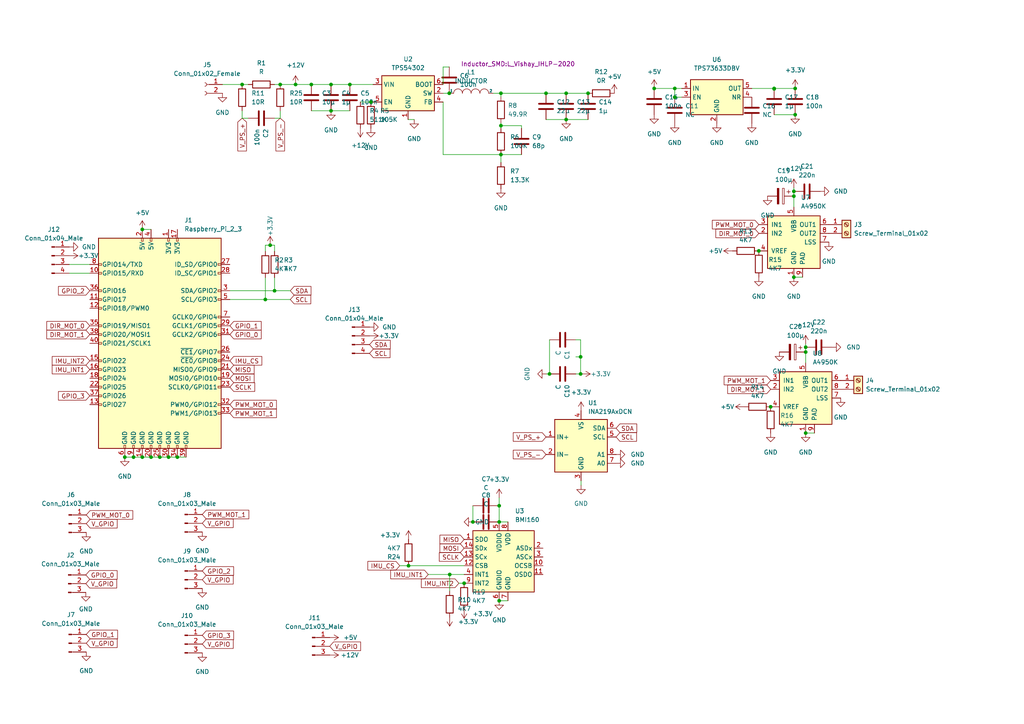
<source format=kicad_sch>
(kicad_sch (version 20211123) (generator eeschema)
  (paper "A4")
  (lib_symbols
    (symbol "Analog_ADC:INA219AxDCN"
      (property "Reference" "U" (at -6.35 8.89 0))
      (property "Value" "INA219AxDCN" (at 6.35 8.89 0))
      (symbol "INA219AxDCN_0_1"
        (rectangle (start -7.62 7.62) (end 7.62 -7.62) (stroke (width 0.254)) (fill (type background)))
      )
      (symbol "INA219AxDCN_1_1"
        (pin input line (at -10.16 2.54 0) (length 2.54) (name "IN+") (number "1"))
        (pin input line (at -10.16 -2.54 0) (length 2.54) (name "IN-") (number "2"))
        (pin power_in line (at 0 -10.16 90) (length 2.54) (name "GND") (number "3"))
        (pin power_in line (at 0 10.16 270) (length 2.54) (name "VS") (number "4"))
        (pin input line (at 10.16 2.54 180) (length 2.54) (name "SCL") (number "5"))
        (pin bidirectional line (at 10.16 5.08 180) (length 2.54) (name "SDA") (number "6"))
        (pin input line (at 10.16 -5.08 180) (length 2.54) (name "A0") (number "7"))
        (pin input line (at 10.16 -2.54 180) (length 2.54) (name "A1") (number "8"))
      )
    )
    (symbol "Connector:Conn_01x02_Female" (pin_names (offset 1.016) hide)
      (property "Reference" "J" (at 0 2.54 0))
      (property "Value" "Conn_01x02_Female" (at 0 -5.08 0))
      (symbol "Conn_01x02_Female_1_1"
        (arc (start 0 -2.032) (mid -0.508 -2.54) (end 0 -3.048) (stroke (width 0.1524)))
        (polyline (pts (xy -1.27 -2.54) (xy -0.508 -2.54)) (stroke (width 0.1524)))
        (polyline (pts (xy -1.27 0) (xy -0.508 0)) (stroke (width 0.1524)))
        (arc (start 0 0.508) (mid -0.508 0) (end 0 -0.508) (stroke (width 0.1524)))
        (pin passive line (at -5.08 0 0) (length 3.81) (name "Pin_1") (number "1"))
        (pin passive line (at -5.08 -2.54 0) (length 3.81) (name "Pin_2") (number "2"))
      )
    )
    (symbol "Connector:Conn_01x03_Male" (pin_names (offset 1.016) hide)
      (property "Reference" "J" (at 0 5.08 0))
      (property "Value" "Conn_01x03_Male" (at 0 -5.08 0))
      (symbol "Conn_01x03_Male_1_1"
        (polyline (pts (xy 1.27 -2.54) (xy 0.8636 -2.54)) (stroke (width 0.1524)))
        (polyline (pts (xy 1.27 0) (xy 0.8636 0)) (stroke (width 0.1524)))
        (polyline (pts (xy 1.27 2.54) (xy 0.8636 2.54)) (stroke (width 0.1524)))
        (rectangle (start 0.8636 -2.413) (end 0 -2.667) (stroke (width 0.1524)) (fill (type outline)))
        (rectangle (start 0.8636 0.127) (end 0 -0.127) (stroke (width 0.1524)) (fill (type outline)))
        (rectangle (start 0.8636 2.667) (end 0 2.413) (stroke (width 0.1524)) (fill (type outline)))
        (pin passive line (at 5.08 2.54 180) (length 3.81) (name "Pin_1") (number "1"))
        (pin passive line (at 5.08 0 180) (length 3.81) (name "Pin_2") (number "2"))
        (pin passive line (at 5.08 -2.54 180) (length 3.81) (name "Pin_3") (number "3"))
      )
    )
    (symbol "Connector:Conn_01x04_Male" (pin_names (offset 1.016) hide)
      (property "Reference" "J" (at 0 5.08 0))
      (property "Value" "Conn_01x04_Male" (at 0 -7.62 0))
      (symbol "Conn_01x04_Male_1_1"
        (polyline (pts (xy 1.27 -5.08) (xy 0.8636 -5.08)) (stroke (width 0.1524)))
        (polyline (pts (xy 1.27 -2.54) (xy 0.8636 -2.54)) (stroke (width 0.1524)))
        (polyline (pts (xy 1.27 0) (xy 0.8636 0)) (stroke (width 0.1524)))
        (polyline (pts (xy 1.27 2.54) (xy 0.8636 2.54)) (stroke (width 0.1524)))
        (rectangle (start 0.8636 -4.953) (end 0 -5.207) (stroke (width 0.1524)) (fill (type outline)))
        (rectangle (start 0.8636 -2.413) (end 0 -2.667) (stroke (width 0.1524)) (fill (type outline)))
        (rectangle (start 0.8636 0.127) (end 0 -0.127) (stroke (width 0.1524)) (fill (type outline)))
        (rectangle (start 0.8636 2.667) (end 0 2.413) (stroke (width 0.1524)) (fill (type outline)))
        (pin passive line (at 5.08 2.54 180) (length 3.81) (name "Pin_1") (number "1"))
        (pin passive line (at 5.08 0 180) (length 3.81) (name "Pin_2") (number "2"))
        (pin passive line (at 5.08 -2.54 180) (length 3.81) (name "Pin_3") (number "3"))
        (pin passive line (at 5.08 -5.08 180) (length 3.81) (name "Pin_4") (number "4"))
      )
    )
    (symbol "Connector:Raspberry_Pi_2_3" (pin_names (offset 1.016))
      (property "Reference" "J" (at -17.78 31.75 0))
      (property "Value" "Raspberry_Pi_2_3" (at 10.16 -31.75 0))
      (symbol "Raspberry_Pi_2_3_0_1"
        (rectangle (start -17.78 30.48) (end 17.78 -30.48) (stroke (width 0.254)) (fill (type background)))
      )
      (symbol "Raspberry_Pi_2_3_1_1"
        (rectangle (start -16.891 -17.526) (end -17.78 -18.034))
        (rectangle (start -16.891 -14.986) (end -17.78 -15.494))
        (rectangle (start -16.891 -12.446) (end -17.78 -12.954))
        (rectangle (start -16.891 -9.906) (end -17.78 -10.414))
        (rectangle (start -16.891 -7.366) (end -17.78 -7.874))
        (rectangle (start -16.891 -4.826) (end -17.78 -5.334))
        (rectangle (start -16.891 0.254) (end -17.78 -0.254))
        (rectangle (start -16.891 2.794) (end -17.78 2.286))
        (rectangle (start -16.891 5.334) (end -17.78 4.826))
        (rectangle (start -16.891 10.414) (end -17.78 9.906))
        (rectangle (start -16.891 12.954) (end -17.78 12.446))
        (rectangle (start -16.891 15.494) (end -17.78 14.986))
        (rectangle (start -16.891 20.574) (end -17.78 20.066))
        (rectangle (start -16.891 23.114) (end -17.78 22.606))
        (rectangle (start -10.414 -29.591) (end -9.906 -30.48))
        (rectangle (start -7.874 -29.591) (end -7.366 -30.48))
        (rectangle (start -5.334 -29.591) (end -4.826 -30.48))
        (rectangle (start -5.334 30.48) (end -4.826 29.591))
        (rectangle (start -2.794 -29.591) (end -2.286 -30.48))
        (rectangle (start -2.794 30.48) (end -2.286 29.591))
        (rectangle (start -0.254 -29.591) (end 0.254 -30.48))
        (rectangle (start 2.286 -29.591) (end 2.794 -30.48))
        (rectangle (start 2.286 30.48) (end 2.794 29.591))
        (rectangle (start 4.826 -29.591) (end 5.334 -30.48))
        (rectangle (start 4.826 30.48) (end 5.334 29.591))
        (rectangle (start 7.366 -29.591) (end 7.874 -30.48))
        (rectangle (start 17.78 -20.066) (end 16.891 -20.574))
        (rectangle (start 17.78 -17.526) (end 16.891 -18.034))
        (rectangle (start 17.78 -12.446) (end 16.891 -12.954))
        (rectangle (start 17.78 -9.906) (end 16.891 -10.414))
        (rectangle (start 17.78 -7.366) (end 16.891 -7.874))
        (rectangle (start 17.78 -4.826) (end 16.891 -5.334))
        (rectangle (start 17.78 -2.286) (end 16.891 -2.794))
        (rectangle (start 17.78 2.794) (end 16.891 2.286))
        (rectangle (start 17.78 5.334) (end 16.891 4.826))
        (rectangle (start 17.78 7.874) (end 16.891 7.366))
        (rectangle (start 17.78 12.954) (end 16.891 12.446))
        (rectangle (start 17.78 15.494) (end 16.891 14.986))
        (rectangle (start 17.78 20.574) (end 16.891 20.066))
        (rectangle (start 17.78 23.114) (end 16.891 22.606))
        (pin power_in line (at 2.54 33.02 270) (length 2.54) (name "3V3") (number "1"))
        (pin bidirectional line (at -20.32 20.32 0) (length 2.54) (name "GPIO15/RXD") (number "10"))
        (pin bidirectional line (at -20.32 12.7 0) (length 2.54) (name "GPIO17") (number "11"))
        (pin bidirectional line (at -20.32 10.16 0) (length 2.54) (name "GPIO18/PWM0") (number "12"))
        (pin bidirectional line (at -20.32 -17.78 0) (length 2.54) (name "GPIO27") (number "13"))
        (pin power_in line (at -5.08 -33.02 90) (length 2.54) (name "GND") (number "14"))
        (pin bidirectional line (at -20.32 -5.08 0) (length 2.54) (name "GPIO22") (number "15"))
        (pin bidirectional line (at -20.32 -7.62 0) (length 2.54) (name "GPIO23") (number "16"))
        (pin power_in line (at 5.08 33.02 270) (length 2.54) (name "3V3") (number "17"))
        (pin bidirectional line (at -20.32 -10.16 0) (length 2.54) (name "GPIO24") (number "18"))
        (pin bidirectional line (at 20.32 -10.16 180) (length 2.54) (name "MOSI0/GPIO10") (number "19"))
        (pin power_in line (at -5.08 33.02 270) (length 2.54) (name "5V") (number "2"))
        (pin power_in line (at -2.54 -33.02 90) (length 2.54) (name "GND") (number "20"))
        (pin bidirectional line (at 20.32 -7.62 180) (length 2.54) (name "MISO0/GPIO9") (number "21"))
        (pin bidirectional line (at -20.32 -12.7 0) (length 2.54) (name "GPIO25") (number "22"))
        (pin bidirectional line (at 20.32 -12.7 180) (length 2.54) (name "SCLK0/GPIO11") (number "23"))
        (pin bidirectional line (at 20.32 -5.08 180) (length 2.54) (name "~{CE0}/GPIO8") (number "24"))
        (pin power_in line (at 0 -33.02 90) (length 2.54) (name "GND") (number "25"))
        (pin bidirectional line (at 20.32 -2.54 180) (length 2.54) (name "~{CE1}/GPIO7") (number "26"))
        (pin bidirectional line (at 20.32 22.86 180) (length 2.54) (name "ID_SD/GPIO0") (number "27"))
        (pin bidirectional line (at 20.32 20.32 180) (length 2.54) (name "ID_SC/GPIO1") (number "28"))
        (pin bidirectional line (at 20.32 5.08 180) (length 2.54) (name "GCLK1/GPIO5") (number "29"))
        (pin bidirectional line (at 20.32 15.24 180) (length 2.54) (name "SDA/GPIO2") (number "3"))
        (pin power_in line (at 2.54 -33.02 90) (length 2.54) (name "GND") (number "30"))
        (pin bidirectional line (at 20.32 2.54 180) (length 2.54) (name "GCLK2/GPIO6") (number "31"))
        (pin bidirectional line (at 20.32 -17.78 180) (length 2.54) (name "PWM0/GPIO12") (number "32"))
        (pin bidirectional line (at 20.32 -20.32 180) (length 2.54) (name "PWM1/GPIO13") (number "33"))
        (pin power_in line (at 5.08 -33.02 90) (length 2.54) (name "GND") (number "34"))
        (pin bidirectional line (at -20.32 5.08 0) (length 2.54) (name "GPIO19/MISO1") (number "35"))
        (pin bidirectional line (at -20.32 15.24 0) (length 2.54) (name "GPIO16") (number "36"))
        (pin bidirectional line (at -20.32 -15.24 0) (length 2.54) (name "GPIO26") (number "37"))
        (pin bidirectional line (at -20.32 2.54 0) (length 2.54) (name "GPIO20/MOSI1") (number "38"))
        (pin power_in line (at 7.62 -33.02 90) (length 2.54) (name "GND") (number "39"))
        (pin power_in line (at -2.54 33.02 270) (length 2.54) (name "5V") (number "4"))
        (pin bidirectional line (at -20.32 0 0) (length 2.54) (name "GPIO21/SCLK1") (number "40"))
        (pin bidirectional line (at 20.32 12.7 180) (length 2.54) (name "SCL/GPIO3") (number "5"))
        (pin power_in line (at -10.16 -33.02 90) (length 2.54) (name "GND") (number "6"))
        (pin bidirectional line (at 20.32 7.62 180) (length 2.54) (name "GCLK0/GPIO4") (number "7"))
        (pin bidirectional line (at -20.32 22.86 0) (length 2.54) (name "GPIO14/TXD") (number "8"))
        (pin power_in line (at -7.62 -33.02 90) (length 2.54) (name "GND") (number "9"))
      )
    )
    (symbol "Connector:Screw_Terminal_01x02" (pin_names (offset 1.016) hide)
      (property "Reference" "J" (at 0 2.54 0))
      (property "Value" "Screw_Terminal_01x02" (at 0 -5.08 0))
      (symbol "Screw_Terminal_01x02_1_1"
        (rectangle (start -1.27 1.27) (end 1.27 -3.81) (stroke (width 0.254)) (fill (type background)))
        (circle (center 0 -2.54) (radius 0.635) (stroke (width 0.1524)))
        (polyline (pts (xy -0.5334 -2.2098) (xy 0.3302 -3.048)) (stroke (width 0.1524)))
        (polyline (pts (xy -0.5334 0.3302) (xy 0.3302 -0.508)) (stroke (width 0.1524)))
        (polyline (pts (xy -0.3556 -2.032) (xy 0.508 -2.8702)) (stroke (width 0.1524)))
        (polyline (pts (xy -0.3556 0.508) (xy 0.508 -0.3302)) (stroke (width 0.1524)))
        (circle (center 0 0) (radius 0.635) (stroke (width 0.1524)))
        (pin passive line (at -5.08 0 0) (length 3.81) (name "Pin_1") (number "1"))
        (pin passive line (at -5.08 -2.54 0) (length 3.81) (name "Pin_2") (number "2"))
      )
    )
    (symbol "Device:C" (pin_numbers hide) (pin_names (offset 0.254))
      (property "Reference" "C" (at 0.635 2.54 0))
      (property "Value" "C" (at 0.635 -2.54 0))
      (symbol "C_0_1"
        (polyline (pts (xy -2.032 -0.762) (xy 2.032 -0.762)) (stroke (width 0.508)))
        (polyline (pts (xy -2.032 0.762) (xy 2.032 0.762)) (stroke (width 0.508)))
      )
      (symbol "C_1_1"
        (pin passive line (at 0 3.81 270) (length 2.794) (name "~") (number "1"))
        (pin passive line (at 0 -3.81 90) (length 2.794) (name "~") (number "2"))
      )
    )
    (symbol "Device:C_Polarized" (pin_numbers hide) (pin_names (offset 0.254))
      (property "Reference" "C" (at 0.635 2.54 0))
      (property "Value" "C_Polarized" (at 0.635 -2.54 0))
      (symbol "C_Polarized_0_1"
        (rectangle (start -2.286 0.508) (end 2.286 1.016))
        (polyline (pts (xy -1.778 2.286) (xy -0.762 2.286)))
        (polyline (pts (xy -1.27 2.794) (xy -1.27 1.778)))
        (rectangle (start 2.286 -0.508) (end -2.286 -1.016) (fill (type outline)))
      )
      (symbol "C_Polarized_1_1"
        (pin passive line (at 0 3.81 270) (length 2.794) (name "~") (number "1"))
        (pin passive line (at 0 -3.81 90) (length 2.794) (name "~") (number "2"))
      )
    )
    (symbol "Device:R" (pin_numbers hide) (pin_names (offset 0))
      (property "Reference" "R" (at 2.032 0 90))
      (property "Value" "R" (at 0 0 90))
      (symbol "R_0_1"
        (rectangle (start -1.016 -2.54) (end 1.016 2.54) (stroke (width 0.254)))
      )
      (symbol "R_1_1"
        (pin passive line (at 0 3.81 270) (length 1.27) (name "~") (number "1"))
        (pin passive line (at 0 -3.81 90) (length 1.27) (name "~") (number "2"))
      )
    )
    (symbol "Driver_Motor:A4950K" (pin_names (offset 1.016))
      (property "Reference" "U" (at -7.62 8.89 0))
      (property "Value" "A4950K" (at 5.08 8.89 0))
      (symbol "A4950K_0_1"
        (rectangle (start -7.62 7.62) (end 7.62 -7.62) (stroke (width 0.254)) (fill (type background)))
      )
      (symbol "A4950K_1_1"
        (pin power_in line (at 0 -10.16 90) (length 2.54) (name "GND") (number "1"))
        (pin input line (at -10.16 2.54 0) (length 2.54) (name "IN2") (number "2"))
        (pin input line (at -10.16 5.08 0) (length 2.54) (name "IN1") (number "3"))
        (pin passive line (at -10.16 -2.54 0) (length 2.54) (name "VREF") (number "4"))
        (pin power_in line (at 0 10.16 270) (length 2.54) (name "VBB") (number "5"))
        (pin power_out line (at 10.16 5.08 180) (length 2.54) (name "OUT1") (number "6"))
        (pin power_in line (at 10.16 0 180) (length 2.54) (name "LSS") (number "7"))
        (pin power_out line (at 10.16 2.54 180) (length 2.54) (name "OUT2") (number "8"))
        (pin power_in line (at 2.54 -10.16 90) (length 2.54) (name "PAD") (number "9"))
      )
    )
    (symbol "Regulator_Linear:TPS73633DBV"
      (property "Reference" "U" (at -6.35 6.35 0))
      (property "Value" "TPS73633DBV" (at 1.27 6.35 0))
      (symbol "TPS73633DBV_0_1"
        (rectangle (start -7.62 -5.08) (end 7.62 5.08) (stroke (width 0.254)) (fill (type background)))
      )
      (symbol "TPS73633DBV_1_1"
        (pin power_in line (at -10.16 2.54 0) (length 2.54) (name "IN") (number "1"))
        (pin power_in line (at 0 -7.62 90) (length 2.54) (name "GND") (number "2"))
        (pin input line (at -10.16 0 0) (length 2.54) (name "EN") (number "3"))
        (pin passive line (at 10.16 0 180) (length 2.54) (name "NR") (number "4"))
        (pin power_out line (at 10.16 2.54 180) (length 2.54) (name "OUT") (number "5"))
      )
    )
    (symbol "Regulator_Switching:TPS54302"
      (property "Reference" "U" (at -7.62 6.35 0))
      (property "Value" "TPS54302" (at 0 6.35 0))
      (symbol "TPS54302_0_1"
        (rectangle (start -7.62 5.08) (end 7.62 -5.08) (stroke (width 0.254)) (fill (type background)))
      )
      (symbol "TPS54302_1_1"
        (pin power_in line (at 0 -7.62 90) (length 2.54) (name "GND") (number "1"))
        (pin power_out line (at 10.16 0 180) (length 2.54) (name "SW") (number "2"))
        (pin power_in line (at -10.16 2.54 0) (length 2.54) (name "VIN") (number "3"))
        (pin input line (at 10.16 -2.54 180) (length 2.54) (name "FB") (number "4"))
        (pin input line (at -10.16 -2.54 0) (length 2.54) (name "EN") (number "5"))
        (pin passive line (at 10.16 2.54 180) (length 2.54) (name "BOOT") (number "6"))
      )
    )
    (symbol "Sensor_Motion:BMI160"
      (property "Reference" "U" (at -10.16 8.89 0))
      (property "Value" "BMI160" (at 7.62 8.89 0))
      (symbol "BMI160_1_1"
        (rectangle (start -10.16 7.62) (end 7.62 -10.16) (stroke (width 0.254)) (fill (type background)))
        (pin bidirectional line (at -12.7 5.08 0) (length 2.54) (name "SDO") (number "1"))
        (pin bidirectional line (at 10.16 -2.54 180) (length 2.54) (name "OCSB") (number "10"))
        (pin bidirectional line (at 10.16 -5.08 180) (length 2.54) (name "OSDO") (number "11"))
        (pin input line (at -12.7 -2.54 0) (length 2.54) (name "CSB") (number "12"))
        (pin input line (at -12.7 0 0) (length 2.54) (name "SCx") (number "13"))
        (pin bidirectional line (at -12.7 2.54 0) (length 2.54) (name "SDx") (number "14"))
        (pin bidirectional line (at 10.16 2.54 180) (length 2.54) (name "ASDx") (number "2"))
        (pin output line (at 10.16 0 180) (length 2.54) (name "ASCx") (number "3"))
        (pin bidirectional line (at -12.7 -5.08 0) (length 2.54) (name "INT1") (number "4"))
        (pin power_in line (at -2.54 10.16 270) (length 2.54) (name "VDDIO") (number "5"))
        (pin power_in line (at -2.54 -12.7 90) (length 2.54) (name "GNDIO") (number "6"))
        (pin power_in line (at 0 -12.7 90) (length 2.54) (name "GND") (number "7"))
        (pin power_in line (at 0 10.16 270) (length 2.54) (name "VDD") (number "8"))
        (pin bidirectional line (at -12.7 -7.62 0) (length 2.54) (name "INT2") (number "9"))
      )
    )
    (symbol "power:+12V" (power) (pin_names (offset 0))
      (property "Value" "+12V" (at 0 3.556 0))
      (symbol "+12V_0_1"
        (polyline (pts (xy -0.762 1.27) (xy 0 2.54)))
        (polyline (pts (xy 0 0) (xy 0 2.54)))
        (polyline (pts (xy 0 2.54) (xy 0.762 1.27)))
      )
      (symbol "+12V_1_1"
        (pin power_in line (at 0 0 90) (length 0) hide (name "+12V") (number "1"))
      )
    )
    (symbol "power:+3.3V" (power) (pin_names (offset 0))
      (property "Value" "+3.3V" (at 0 3.556 0))
      (symbol "+3.3V_0_1"
        (polyline (pts (xy -0.762 1.27) (xy 0 2.54)))
        (polyline (pts (xy 0 0) (xy 0 2.54)))
        (polyline (pts (xy 0 2.54) (xy 0.762 1.27)))
      )
      (symbol "+3.3V_1_1"
        (pin power_in line (at 0 0 90) (length 0) hide (name "+3.3V") (number "1"))
      )
    )
    (symbol "power:+5V" (power) (pin_names (offset 0))
      (property "Value" "+5V" (at 0 3.556 0))
      (symbol "+5V_0_1"
        (polyline (pts (xy -0.762 1.27) (xy 0 2.54)))
        (polyline (pts (xy 0 0) (xy 0 2.54)))
        (polyline (pts (xy 0 2.54) (xy 0.762 1.27)))
      )
      (symbol "+5V_1_1"
        (pin power_in line (at 0 0 90) (length 0) hide (name "+5V") (number "1"))
      )
    )
    (symbol "power:GND" (power) (pin_names (offset 0))
      (property "Value" "GND" (at 0 -3.81 0))
      (symbol "GND_0_1"
        (polyline (pts (xy 0 0) (xy 0 -1.27) (xy 1.27 -1.27) (xy 0 -2.54) (xy -1.27 -1.27) (xy 0 -1.27)))
      )
      (symbol "GND_1_1"
        (pin power_in line (at 0 0 270) (length 0) hide (name "GND") (number "1"))
      )
    )
    (symbol "pspice:INDUCTOR" (pin_numbers hide) (pin_names (offset 0))
      (property "Reference" "L" (at 0 2.54 0))
      (property "Value" "INDUCTOR" (at 0 -1.27 0))
      (symbol "INDUCTOR_0_1"
        (arc (start -2.54 0) (mid -3.81 1.27) (end -5.08 0))
        (arc (start 0 0) (mid -1.27 1.27) (end -2.54 0))
        (arc (start 2.54 0) (mid 1.27 1.27) (end 0 0))
        (arc (start 5.08 0) (mid 3.81 1.27) (end 2.54 0))
      )
      (symbol "INDUCTOR_1_1"
        (pin input line (at -6.35 0 0) (length 1.27) (name "1") (number "1"))
        (pin input line (at 6.35 0 180) (length 1.27) (name "2") (number "2"))
      )
    )
  )
  (junction (at 43.815 132.588))
  (junction (at 85.725 24.511))
  (junction (at 230.251 80.391))
  (junction (at 145.288 27.051))
  (junction (at 38.735 132.588))
  (junction (at 145.288 44.831))
  (junction (at 48.895 132.588))
  (junction (at 118.491 164.084))
  (junction (at 107.569 29.591))
  (junction (at 233.68 102.108))
  (junction (at 230.251 56.896))
  (junction (at 195.707 25.654))
  (junction (at 134.62 169.164))
  (junction (at 189.738 25.654))
  (junction (at 76.962 86.868))
  (junction (at 170.561 27.051))
  (junction (at 220.091 72.771))
  (junction (at 233.68 100.711))
  (junction (at 230.632 25.654))
  (junction (at 144.78 174.244))
  (junction (at 90.297 24.511))
  (junction (at 79.629 84.328))
  (junction (at 168.402 108.458))
  (junction (at 223.52 117.983))
  (junction (at 51.435 132.588))
  (junction (at 224.536 25.781))
  (junction (at 230.632 33.274))
  (junction (at 81.28 24.511))
  (junction (at 230.251 55.499))
  (junction (at 195.707 28.194))
  (junction (at 41.275 66.548))
  (junction (at 36.195 132.588))
  (junction (at 164.211 27.051))
  (junction (at 130.429 166.624))
  (junction (at 130.302 27.051))
  (junction (at 137.16 151.384))
  (junction (at 168.402 103.505))
  (junction (at 158.369 27.051))
  (junction (at 144.78 151.384))
  (junction (at 233.68 125.603))
  (junction (at 78.359 71.12))
  (junction (at 145.288 36.449))
  (junction (at 144.78 146.685))
  (junction (at 41.275 132.588))
  (junction (at 96.012 24.511))
  (junction (at 70.231 24.511))
  (junction (at 164.211 34.671))
  (junction (at 46.355 132.588))
  (junction (at 159.385 108.458))
  (junction (at 101.473 24.511))
  (junction (at 224.536 25.654))
  (junction (at 96.012 32.131))
  (wire (pts (xy 189.738 25.654) (xy 195.707 25.654)))
  (wire (pts (xy 230.251 54.483) (xy 230.251 55.499)))
  (wire (pts (xy 133.096 169.164) (xy 134.62 169.164)))
  (wire (pts (xy 79.629 34.29) (xy 81.28 34.29)))
  (wire (pts (xy 230.251 56.896) (xy 230.251 60.071)))
  (wire (pts (xy 195.707 28.194) (xy 195.707 25.654)))
  (wire (pts (xy 130.429 166.624) (xy 130.429 171.45)))
  (wire (pts (xy 230.632 25.654) (xy 224.536 25.654)))
  (wire (pts (xy 128.524 29.591) (xy 128.524 44.831)))
  (wire (pts (xy 81.28 34.29) (xy 81.28 32.131)))
  (wire (pts (xy 64.516 24.511) (xy 70.231 24.511)))
  (wire (pts (xy 164.211 34.671) (xy 170.561 34.671)))
  (wire (pts (xy 43.815 132.588) (xy 46.355 132.588)))
  (wire (pts (xy 143.002 27.051) (xy 145.288 27.051)))
  (wire (pts (xy 158.496 108.458) (xy 159.385 108.458)))
  (wire (pts (xy 233.68 99.822) (xy 233.68 100.711)))
  (wire (pts (xy 76.962 80.518) (xy 76.962 86.868)))
  (wire (pts (xy 70.231 34.29) (xy 72.009 34.29)))
  (wire (pts (xy 168.529 139.446) (xy 168.529 140.716)))
  (wire (pts (xy 195.707 25.654) (xy 197.739 25.654)))
  (wire (pts (xy 145.288 44.831) (xy 145.288 47.117)))
  (wire (pts (xy 230.251 80.391) (xy 232.791 80.391)))
  (wire (pts (xy 118.491 164.084) (xy 134.62 164.084)))
  (wire (pts (xy 144.78 174.244) (xy 147.32 174.244)))
  (wire (pts (xy 20.066 79.248) (xy 26.035 79.248)))
  (wire (pts (xy 66.675 84.328) (xy 79.629 84.328)))
  (wire (pts (xy 48.895 132.588) (xy 51.435 132.588)))
  (wire (pts (xy 233.68 102.108) (xy 233.68 105.283)))
  (wire (pts (xy 197.739 28.194) (xy 195.707 28.194)))
  (wire (pts (xy 158.369 27.051) (xy 164.211 27.051)))
  (wire (pts (xy 128.524 44.831) (xy 145.288 44.831)))
  (wire (pts (xy 76.962 86.868) (xy 66.675 86.868)))
  (wire (pts (xy 38.735 132.588) (xy 41.275 132.588)))
  (wire (pts (xy 90.297 24.511) (xy 96.012 24.511)))
  (wire (pts (xy 78.359 71.12) (xy 79.629 71.12)))
  (wire (pts (xy 76.962 71.12) (xy 78.359 71.12)))
  (wire (pts (xy 79.629 84.328) (xy 84.201 84.328)))
  (wire (pts (xy 96.012 32.131) (xy 101.473 32.131)))
  (wire (pts (xy 168.402 103.505) (xy 168.402 108.458)))
  (wire (pts (xy 145.288 35.687) (xy 145.288 36.449)))
  (wire (pts (xy 137.16 146.685) (xy 137.16 151.384)))
  (wire (pts (xy 130.429 166.624) (xy 134.62 166.624)))
  (wire (pts (xy 224.536 25.654) (xy 224.536 25.781)))
  (wire (pts (xy 159.385 98.552) (xy 159.385 108.458)))
  (wire (pts (xy 70.231 24.511) (xy 72.009 24.511)))
  (wire (pts (xy 79.629 24.511) (xy 81.28 24.511)))
  (wire (pts (xy 115.951 164.084) (xy 118.491 164.084)))
  (wire (pts (xy 167.005 108.458) (xy 168.402 108.458)))
  (wire (pts (xy 145.288 36.449) (xy 145.288 37.211)))
  (wire (pts (xy 145.288 27.051) (xy 145.288 28.067)))
  (wire (pts (xy 79.629 80.518) (xy 79.629 84.328)))
  (wire (pts (xy 158.369 34.671) (xy 164.211 34.671)))
  (wire (pts (xy 101.473 24.511) (xy 108.204 24.511)))
  (wire (pts (xy 230.251 55.499) (xy 230.251 56.896)))
  (wire (pts (xy 151.257 37.211) (xy 151.257 36.449)))
  (wire (pts (xy 107.569 29.591) (xy 108.204 29.591)))
  (wire (pts (xy 144.78 144.399) (xy 144.78 146.685)))
  (wire (pts (xy 41.275 66.548) (xy 43.815 66.548)))
  (wire (pts (xy 124.206 166.624) (xy 130.429 166.624)))
  (wire (pts (xy 128.524 27.051) (xy 130.302 27.051)))
  (wire (pts (xy 76.962 72.898) (xy 76.962 71.12)))
  (wire (pts (xy 224.536 33.274) (xy 230.632 33.274)))
  (wire (pts (xy 96.012 24.511) (xy 101.473 24.511)))
  (wire (pts (xy 144.78 151.384) (xy 147.32 151.384)))
  (wire (pts (xy 90.297 32.131) (xy 96.012 32.131)))
  (wire (pts (xy 218.059 25.654) (xy 224.536 25.654)))
  (wire (pts (xy 36.195 132.588) (xy 38.735 132.588)))
  (wire (pts (xy 145.288 44.831) (xy 151.257 44.831)))
  (wire (pts (xy 164.211 27.051) (xy 170.561 27.051)))
  (wire (pts (xy 145.288 27.051) (xy 158.369 27.051)))
  (wire (pts (xy 104.521 29.591) (xy 107.569 29.591)))
  (wire (pts (xy 20.066 76.708) (xy 26.035 76.708)))
  (wire (pts (xy 51.435 132.588) (xy 53.975 132.588)))
  (wire (pts (xy 233.68 125.603) (xy 236.22 125.603)))
  (wire (pts (xy 84.201 86.868) (xy 76.962 86.868)))
  (wire (pts (xy 128.524 19.431) (xy 130.302 19.431)))
  (wire (pts (xy 167.005 103.505) (xy 168.402 103.505)))
  (wire (pts (xy 85.725 24.511) (xy 90.297 24.511)))
  (wire (pts (xy 79.629 71.12) (xy 79.629 72.898)))
  (wire (pts (xy 168.402 108.458) (xy 168.656 108.458)))
  (wire (pts (xy 41.275 132.588) (xy 43.815 132.588)))
  (wire (pts (xy 151.257 36.449) (xy 145.288 36.449)))
  (wire (pts (xy 168.402 98.552) (xy 167.005 98.552)))
  (wire (pts (xy 233.68 100.711) (xy 233.68 102.108)))
  (wire (pts (xy 144.78 146.685) (xy 144.78 151.384)))
  (wire (pts (xy 46.355 132.588) (xy 48.895 132.588)))
  (wire (pts (xy 128.524 24.511) (xy 128.524 19.431)))
  (wire (pts (xy 118.364 34.671) (xy 120.142 34.671)))
  (wire (pts (xy 81.28 24.511) (xy 85.725 24.511)))
  (wire (pts (xy 70.231 32.131) (xy 70.231 34.29)))
  (wire (pts (xy 168.402 103.505) (xy 168.402 98.552)))
  (global_label "MOSI" (shape input) (at 66.675 109.728 0) (property "Intersheet References" "${INTERSHEET_REFS}" (effects hide)))
  (global_label "PWM_MOT_1" (shape input) (at 223.52 110.363 180) (property "Intersheet References" "${INTERSHEET_REFS}" (effects hide)))
  (global_label "IMU_INT1" (shape input) (at 26.035 107.188 180) (property "Intersheet References" "${INTERSHEET_REFS}" (effects hide)))
  (global_label "V_GPIO" (shape input) (at 58.674 168.148 0) (property "Intersheet References" "${INTERSHEET_REFS}" (effects hide)))
  (global_label "DIR_MOT_0" (shape input) (at 26.035 94.488 180) (property "Intersheet References" "${INTERSHEET_REFS}" (effects hide)))
  (global_label "DIR_MOT_1" (shape input) (at 26.035 97.028 180) (property "Intersheet References" "${INTERSHEET_REFS}" (effects hide)))
  (global_label "IMU_INT2" (shape input) (at 26.035 104.648 180) (property "Intersheet References" "${INTERSHEET_REFS}" (effects hide)))
  (global_label "GPIO_0" (shape input) (at 24.892 166.751 0) (property "Intersheet References" "${INTERSHEET_REFS}" (effects hide)))
  (global_label "PWM_MOT_0" (shape input) (at 25.019 149.352 0) (property "Intersheet References" "${INTERSHEET_REFS}" (effects hide)))
  (global_label "PWM_MOT_1" (shape input) (at 58.674 149.225 0) (property "Intersheet References" "${INTERSHEET_REFS}" (effects hide)))
  (global_label "V_GPIO" (shape input) (at 58.674 151.765 0) (property "Intersheet References" "${INTERSHEET_REFS}" (effects hide)))
  (global_label "IMU_CS" (shape input) (at 66.675 104.648 0) (property "Intersheet References" "${INTERSHEET_REFS}" (effects hide)))
  (global_label "PWM_MOT_0" (shape input) (at 66.675 117.348 0) (property "Intersheet References" "${INTERSHEET_REFS}" (effects hide)))
  (global_label "SDA" (shape input) (at 84.201 84.328 0) (property "Intersheet References" "${INTERSHEET_REFS}" (effects hide)))
  (global_label "MISO" (shape input) (at 66.675 107.188 0) (property "Intersheet References" "${INTERSHEET_REFS}" (effects hide)))
  (global_label "GPIO_1" (shape input) (at 25.019 184.023 0) (property "Intersheet References" "${INTERSHEET_REFS}" (effects hide)))
  (global_label "MOSI" (shape input) (at 134.62 159.004 180) (property "Intersheet References" "${INTERSHEET_REFS}" (effects hide)))
  (global_label "MISO" (shape input) (at 134.62 156.464 180) (property "Intersheet References" "${INTERSHEET_REFS}" (effects hide)))
  (global_label "SDA" (shape input) (at 178.689 124.206 0) (property "Intersheet References" "${INTERSHEET_REFS}" (effects hide)))
  (global_label "V_PS_-" (shape input) (at 158.369 131.826 180) (property "Intersheet References" "${INTERSHEET_REFS}" (effects hide)))
  (global_label "SCLK" (shape input) (at 66.675 112.268 0) (property "Intersheet References" "${INTERSHEET_REFS}" (effects hide)))
  (global_label "SCLK" (shape input) (at 134.62 161.544 180) (property "Intersheet References" "${INTERSHEET_REFS}" (effects hide)))
  (global_label "GPIO_2" (shape input) (at 26.035 84.328 180) (property "Intersheet References" "${INTERSHEET_REFS}" (effects hide)))
  (global_label "SCL" (shape input) (at 178.689 126.746 0) (property "Intersheet References" "${INTERSHEET_REFS}" (effects hide)))
  (global_label "V_GPIO" (shape input) (at 58.674 186.817 0) (property "Intersheet References" "${INTERSHEET_REFS}" (effects hide)))
  (global_label "V_PS_+" (shape input) (at 70.231 34.29 270) (property "Intersheet References" "${INTERSHEET_REFS}" (effects hide)))
  (global_label "GPIO_2" (shape input) (at 58.674 165.608 0) (property "Intersheet References" "${INTERSHEET_REFS}" (effects hide)))
  (global_label "SDA" (shape input) (at 107.188 99.949 0) (property "Intersheet References" "${INTERSHEET_REFS}" (effects hide)))
  (global_label "PWM_MOT_1" (shape input) (at 66.675 119.888 0) (property "Intersheet References" "${INTERSHEET_REFS}" (effects hide)))
  (global_label "V_GPIO" (shape input) (at 25.019 151.892 0) (property "Intersheet References" "${INTERSHEET_REFS}" (effects hide)))
  (global_label "V_PS_+" (shape input) (at 158.369 126.746 180) (property "Intersheet References" "${INTERSHEET_REFS}" (effects hide)))
  (global_label "SCL" (shape input) (at 84.201 86.868 0) (property "Intersheet References" "${INTERSHEET_REFS}" (effects hide)))
  (global_label "GPIO_3" (shape input) (at 26.035 114.808 180) (property "Intersheet References" "${INTERSHEET_REFS}" (effects hide)))
  (global_label "DIR_MOT_1" (shape input) (at 223.52 112.903 180) (property "Intersheet References" "${INTERSHEET_REFS}" (effects hide)))
  (global_label "GPIO_1" (shape input) (at 66.675 94.488 0) (property "Intersheet References" "${INTERSHEET_REFS}" (effects hide)))
  (global_label "IMU_INT1" (shape input) (at 124.206 166.624 180) (property "Intersheet References" "${INTERSHEET_REFS}" (effects hide)))
  (global_label "IMU_CS" (shape input) (at 115.951 164.084 180) (property "Intersheet References" "${INTERSHEET_REFS}" (effects hide)))
  (global_label "V_GPIO" (shape input) (at 25.019 186.563 0) (property "Intersheet References" "${INTERSHEET_REFS}" (effects hide)))
  (global_label "V_GPIO" (shape input) (at 95.631 187.452 0) (property "Intersheet References" "${INTERSHEET_REFS}" (effects hide)))
  (global_label "GPIO_3" (shape input) (at 58.674 184.277 0) (property "Intersheet References" "${INTERSHEET_REFS}" (effects hide)))
  (global_label "V_PS_-" (shape input) (at 81.28 34.29 270) (property "Intersheet References" "${INTERSHEET_REFS}" (effects hide)))
  (global_label "PWM_MOT_0" (shape input) (at 220.091 65.151 180) (property "Intersheet References" "${INTERSHEET_REFS}" (effects hide)))
  (global_label "IMU_INT2" (shape input) (at 133.096 169.164 180) (property "Intersheet References" "${INTERSHEET_REFS}" (effects hide)))
  (global_label "V_GPIO" (shape input) (at 24.892 169.291 0) (property "Intersheet References" "${INTERSHEET_REFS}" (effects hide)))
  (global_label "GPIO_0" (shape input) (at 66.675 97.028 0) (property "Intersheet References" "${INTERSHEET_REFS}" (effects hide)))
  (global_label "SCL" (shape input) (at 107.188 102.489 0) (property "Intersheet References" "${INTERSHEET_REFS}" (effects hide)))
  (global_label "DIR_MOT_0" (shape input) (at 220.091 67.691 180) (property "Intersheet References" "${INTERSHEET_REFS}" (effects hide)))
  (symbol (lib_id "Device:C") (at 140.97 151.384 90) (unit 1)
    (property "Reference" "C8" (at 140.97 143.637 90))
    (property "Value" "C" (at 140.97 146.177 90))
    (property "Footprint" "Capacitor_SMD:C_0603_1608Metric" (effects hide))
  )
  (symbol (lib_id "Device:R") (at 76.962 76.708 180) (unit 1)
    (property "Reference" "R2" (at 79.629 75.4379 0) (effects (justify right)))
    (property "Value" "4K7" (at 79.629 77.9779 0) (effects (justify right)))
    (property "Footprint" "Resistor_SMD:R_0603_1608Metric" (effects hide))
  )
  (symbol (lib_id "Connector:Conn_01x03_Male") (at 19.812 169.291 0) (unit 1)
    (property "Reference" "J2" (at 20.447 161.036 0))
    (property "Value" "Conn_01x03_Male" (at 20.447 163.576 0))
    (property "Footprint" "Connector_PinHeader_2.54mm:PinHeader_1x03_P2.54mm_Vertical" (effects hide))
  )
  (symbol (lib_id "Connector:Screw_Terminal_01x02") (at 245.491 65.151 0) (unit 1)
    (property "Reference" "J3" (at 247.65 65.1509 0) (effects (justify left)))
    (property "Value" "Screw_Terminal_01x02" (at 247.65 67.6909 0) (effects (justify left)))
    (property "Footprint" "TerminalBlock_Phoenix:TerminalBlock_Phoenix_PT-1,5-2-3.5-H_1x02_P3.50mm_Horizontal" (effects hide))
  )
  (symbol (lib_id "power:GND") (at 107.569 37.211 0) (unit 1)
    (property "Reference" "#PWR012" (effects hide))
    (property "Value" "GND" (at 107.569 42.799 0))
  )
  (symbol (lib_id "power:+3.3V") (at 168.656 108.458 270) (unit 1)
    (property "Reference" "#PWR018" (effects hide))
    (property "Value" "+3.3V" (at 177.165 108.458 90) (effects (justify right)))
  )
  (symbol (lib_id "power:GND") (at 230.251 80.391 0) (unit 1)
    (property "Reference" "#PWR044" (effects hide))
    (property "Value" "GND" (at 230.251 85.979 0))
  )
  (symbol (lib_id "Analog_ADC:INA219AxDCN") (at 168.529 129.286 0) (unit 1)
    (property "Reference" "U1" (at 170.5484 116.84 0) (effects (justify left)))
    (property "Value" "INA219AxDCN" (at 170.5484 119.38 0) (effects (justify left)))
    (property "Footprint" "Package_TO_SOT_SMD:SOT-23-8" (effects hide))
    (property "Datasheet" "http://www.ti.com/lit/ds/symlink/ina219.pdf" (effects hide))
  )
  (symbol (lib_id "power:GND") (at 25.019 189.103 0) (unit 1)
    (property "Reference" "#PWR020" (effects hide))
    (property "Value" "GND" (at 25.019 194.564 0))
  )
  (symbol (lib_id "power:GND") (at 178.689 131.826 90) (mirror x) (unit 1)
    (property "Reference" "#PWR0105" (effects hide))
    (property "Value" "GND" (at 182.88 131.8259 90) (effects (justify right)))
  )
  (symbol (lib_id "Device:R") (at 75.819 24.511 90) (unit 1)
    (property "Reference" "R1" (at 75.819 18.288 90))
    (property "Value" "R" (at 75.819 20.828 90))
    (property "Footprint" "Resistor_SMD:R_2512_6332Metric" (effects hide))
  )
  (symbol (lib_id "power:+5V") (at 41.275 66.548 0) (unit 1)
    (property "Reference" "#PWR02" (effects hide))
    (property "Value" "+5V" (at 41.275 61.722 0))
  )
  (symbol (lib_id "power:GND") (at 64.516 27.051 0) (unit 1)
    (property "Reference" "#PWR0101" (effects hide))
    (property "Value" "GND" (at 64.516 32.639 0))
  )
  (symbol (lib_id "power:GND") (at 145.288 54.737 0) (unit 1)
    (property "Reference" "#PWR015" (effects hide))
    (property "Value" "GND" (at 145.288 60.325 0))
  )
  (symbol (lib_id "power:+3.3V") (at 168.529 119.126 0) (unit 1)
    (property "Reference" "#PWR0104" (effects hide))
    (property "Value" "+3.3V" (at 168.529 113.792 0))
  )
  (symbol (lib_id "power:GND") (at 241.3 100.711 90) (unit 1)
    (property "Reference" "#PWR033" (effects hide))
    (property "Value" "GND" (at 245.491 100.7109 90) (effects (justify right)))
  )
  (symbol (lib_id "Device:R") (at 223.52 121.793 180) (unit 1)
    (property "Reference" "R16" (at 226.314 120.5229 0) (effects (justify right)))
    (property "Value" "4K7" (at 226.314 123.0629 0) (effects (justify right)))
    (property "Footprint" "Resistor_SMD:R_0603_1608Metric" (effects hide))
  )
  (symbol (lib_id "power:GND") (at 195.707 35.814 0) (unit 1)
    (property "Reference" "#PWR031" (effects hide))
    (property "Value" "GND" (at 195.707 41.402 0))
  )
  (symbol (lib_id "power:+12V") (at 104.521 37.211 180) (unit 1)
    (property "Reference" "#PWR011" (effects hide))
    (property "Value" "+12V" (at 104.521 42.164 0))
  )
  (symbol (lib_id "Device:R") (at 107.569 33.401 0) (unit 1)
    (property "Reference" "R5" (at 110.236 32.1309 0) (effects (justify left)))
    (property "Value" "105K" (at 110.236 34.6709 0) (effects (justify left)))
    (property "Footprint" "Resistor_SMD:R_0603_1608Metric" (effects hide))
  )
  (symbol (lib_id "power:GND") (at 144.78 174.244 0) (unit 1)
    (property "Reference" "#PWR017" (effects hide))
    (property "Value" "GND" (at 144.78 179.832 0))
  )
  (symbol (lib_id "Device:C") (at 140.97 146.685 90) (unit 1)
    (property "Reference" "C7" (at 140.97 138.938 90))
    (property "Value" "C" (at 140.97 141.478 90))
    (property "Footprint" "Capacitor_SMD:C_0603_1608Metric" (effects hide))
  )
  (symbol (lib_id "power:GND") (at 36.195 132.588 0) (unit 1)
    (property "Reference" "#PWR01" (effects hide))
    (property "Value" "GND" (at 36.195 138.176 0))
  )
  (symbol (lib_id "power:+5V") (at 189.738 25.654 0) (unit 1)
    (property "Reference" "#PWR036" (effects hide))
    (property "Value" "+5V" (at 189.738 20.828 0))
  )
  (symbol (lib_id "Device:R") (at 134.62 172.974 180) (unit 1)
    (property "Reference" "R19" (at 136.906 171.7039 0) (effects (justify right)))
    (property "Value" "4K7" (at 136.906 174.2439 0) (effects (justify right)))
    (property "Footprint" "Resistor_SMD:R_0603_1608Metric" (effects hide))
  )
  (symbol (lib_id "Sensor_Motion:BMI160") (at 147.32 161.544 0) (unit 1)
    (property "Reference" "U3" (at 149.3394 148.209 0) (effects (justify left)))
    (property "Value" "BMI160" (at 149.3394 150.749 0) (effects (justify left)))
    (property "Footprint" "Package_LGA:Bosch_LGA-14_3x2.5mm_P0.5mm" (effects hide))
    (property "Datasheet" "https://ae-bst.resource.bosch.com/media/_tech/media/datasheets/BST-BMI160-DS000.pdf" (effects hide))
  )
  (symbol (lib_id "power:GND") (at 137.16 151.384 270) (unit 1)
    (property "Reference" "#PWR014" (effects hide))
    (property "Value" "GND" (at 137.795 151.3839 90) (effects (justify left)))
  )
  (symbol (lib_id "Connector:Raspberry_Pi_2_3") (at 46.355 99.568 0) (unit 1)
    (property "Reference" "J1" (at 53.4544 63.881 0) (effects (justify left)))
    (property "Value" "Raspberry_Pi_2_3" (at 53.4544 66.421 0) (effects (justify left)))
    (property "Footprint" "pylot:ADA3708_RPI-ZERO" (effects hide))
    (property "Datasheet" "https://www.raspberrypi.org/documentation/hardware/raspberrypi/schematics/rpi_SCH_3bplus_1p0_reduced.pdf" (effects hide))
  )
  (symbol (lib_id "power:+3.3V") (at 20.066 74.168 270) (unit 1)
    (property "Reference" "#PWR027" (effects hide))
    (property "Value" "+3.3V" (at 28.575 74.168 90) (effects (justify right)))
  )
  (symbol (lib_id "Driver_Motor:A4950K") (at 230.251 70.231 0) (unit 1)
    (property "Reference" "U7" (at 232.2704 57.277 0) (effects (justify left)))
    (property "Value" "A4950K" (at 232.2704 59.817 0) (effects (justify left)))
    (property "Footprint" "pylot:SOIC-8-1EP_3.9x4.9mm_P1.27mm_EP2.41x3.3mm" (effects hide))
    (property "Datasheet" "http://www.allegromicro.com/~/media/Files/Datasheets/A4950-Datasheet.ashx" (effects hide))
  )
  (symbol (lib_id "Device:C") (at 189.738 29.464 0) (unit 1)
    (property "Reference" "C15" (at 192.786 28.1939 0) (effects (justify left)))
    (property "Value" "100n" (at 192.786 30.7339 0) (effects (justify left)))
    (property "Footprint" "Capacitor_SMD:C_0603_1608Metric" (effects hide))
  )
  (symbol (lib_id "power:GND") (at 58.674 170.688 0) (unit 1)
    (property "Reference" "#PWR023" (effects hide))
    (property "Value" "GND" (at 58.674 176.149 0))
  )
  (symbol (lib_id "power:+5V") (at 178.181 27.051 0) (unit 1)
    (property "Reference" "#PWR035" (effects hide))
    (property "Value" "+5V" (at 178.181 22.225 0))
  )
  (symbol (lib_id "Device:R") (at 104.521 33.401 0) (unit 1)
    (property "Reference" "R4" (at 107.188 32.1309 0) (effects (justify left)))
    (property "Value" "511K" (at 107.188 34.6709 0) (effects (justify left)))
    (property "Footprint" "Resistor_SMD:R_0603_1608Metric" (effects hide))
  )
  (symbol (lib_id "power:GND") (at 207.899 35.814 0) (unit 1)
    (property "Reference" "#PWR038" (effects hide))
    (property "Value" "GND" (at 207.899 41.402 0))
  )
  (symbol (lib_id "Device:R") (at 145.288 50.927 0) (unit 1)
    (property "Reference" "R7" (at 147.955 49.6569 0) (effects (justify left)))
    (property "Value" "13.3K" (at 147.955 52.1969 0) (effects (justify left)))
    (property "Footprint" "Resistor_SMD:R_0603_1608Metric" (effects hide))
  )
  (symbol (lib_id "power:GND") (at 107.188 94.869 90) (unit 1)
    (property "Reference" "#PWR030" (effects hide))
    (property "Value" "GND" (at 110.871 94.8689 90) (effects (justify right)))
  )
  (symbol (lib_id "Device:R") (at 145.288 31.877 0) (unit 1)
    (property "Reference" "R8" (at 147.32 30.6069 0) (effects (justify left)))
    (property "Value" "49.9R" (at 147.32 33.1469 0) (effects (justify left)))
    (property "Footprint" "Resistor_SMD:R_0603_1608Metric" (effects hide))
  )
  (symbol (lib_id "Device:C") (at 90.297 28.321 0) (unit 1)
    (property "Reference" "C3" (at 93.345 27.0509 0) (effects (justify left)))
    (property "Value" "10µ" (at 93.345 29.5909 0) (effects (justify left)))
    (property "Footprint" "Capacitor_SMD:C_1206_3216Metric" (effects hide))
  )
  (symbol (lib_id "Connector:Conn_01x03_Male") (at 53.594 168.148 0) (unit 1)
    (property "Reference" "J9" (at 54.229 159.893 0))
    (property "Value" "Conn_01x03_Male" (at 54.229 162.433 0))
    (property "Footprint" "Connector_PinHeader_2.54mm:PinHeader_1x03_P2.54mm_Vertical" (effects hide))
  )
  (symbol (lib_id "Device:C_Polarized") (at 226.441 56.896 270) (unit 1)
    (property "Reference" "C19" (at 227.33 49.53 90))
    (property "Value" "100µ" (at 227.33 52.07 90))
    (property "Footprint" "Capacitor_THT:CP_Radial_D6.3mm_P2.50mm" (effects hide))
  )
  (symbol (lib_id "Device:C_Polarized") (at 229.87 102.108 270) (unit 1)
    (property "Reference" "C20" (at 230.759 94.742 90))
    (property "Value" "100µ" (at 230.759 97.282 90))
    (property "Footprint" "Capacitor_THT:CP_Radial_D6.3mm_P2.50mm" (effects hide))
  )
  (symbol (lib_id "Device:C") (at 151.257 41.021 0) (unit 1)
    (property "Reference" "C9" (at 154.305 39.7509 0) (effects (justify left)))
    (property "Value" "68p" (at 154.305 42.2909 0) (effects (justify left)))
    (property "Footprint" "Capacitor_SMD:C_0603_1608Metric" (effects hide))
  )
  (symbol (lib_id "power:GND") (at 233.68 125.603 0) (unit 1)
    (property "Reference" "#PWR047" (effects hide))
    (property "Value" "GND" (at 233.68 131.191 0))
  )
  (symbol (lib_id "Connector:Conn_01x03_Male") (at 19.939 186.563 0) (unit 1)
    (property "Reference" "J7" (at 20.574 178.308 0))
    (property "Value" "Conn_01x03_Male" (at 20.574 180.848 0))
    (property "Footprint" "Connector_PinHeader_2.54mm:PinHeader_1x03_P2.54mm_Vertical" (effects hide))
  )
  (symbol (lib_id "Device:C") (at 130.302 23.241 0) (unit 1)
    (property "Reference" "C6" (at 133.35 21.9709 0) (effects (justify left)))
    (property "Value" "100n" (at 133.35 24.5109 0) (effects (justify left)))
    (property "Footprint" "Capacitor_SMD:C_0603_1608Metric" (effects hide))
  )
  (symbol (lib_id "Device:C") (at 163.195 108.458 270) (unit 1)
    (property "Reference" "C10" (at 164.4651 111.506 0) (effects (justify left)))
    (property "Value" "C" (at 161.9251 111.506 0) (effects (justify left)))
    (property "Footprint" "Capacitor_SMD:C_0603_1608Metric" (effects hide))
  )
  (symbol (lib_id "Device:C") (at 164.211 30.861 0) (unit 1)
    (property "Reference" "C13" (at 167.259 29.5909 0) (effects (justify left)))
    (property "Value" "22µ" (at 167.259 32.1309 0) (effects (justify left)))
    (property "Footprint" "Capacitor_SMD:C_1206_3216Metric" (effects hide))
  )
  (symbol (lib_id "power:+3.3V") (at 118.491 156.464 0) (unit 1)
    (property "Reference" "#PWR021" (effects hide))
    (property "Value" "+3.3V" (at 116.078 155.1941 0) (effects (justify right)))
  )
  (symbol (lib_id "Device:R") (at 145.288 41.021 0) (unit 1)
    (property "Reference" "R6" (at 147.955 39.7509 0) (effects (justify left)))
    (property "Value" "100K" (at 147.955 42.2909 0) (effects (justify left)))
    (property "Footprint" "Resistor_SMD:R_0603_1608Metric" (effects hide))
  )
  (symbol (lib_id "power:GND") (at 220.091 80.391 0) (unit 1)
    (property "Reference" "#PWR042" (effects hide))
    (property "Value" "GND" (at 220.091 85.979 0))
  )
  (symbol (lib_id "Device:C") (at 230.632 29.464 0) (unit 1)
    (property "Reference" "C18" (at 233.68 28.1939 0) (effects (justify left)))
    (property "Value" "100n" (at 233.68 30.7339 0) (effects (justify left)))
    (property "Footprint" "Capacitor_SMD:C_0603_1608Metric" (effects hide))
  )
  (symbol (lib_id "Device:C") (at 163.195 98.552 270) (unit 1)
    (property "Reference" "C1" (at 164.4651 101.6 0) (effects (justify left)))
    (property "Value" "C" (at 161.9251 101.6 0) (effects (justify left)))
    (property "Footprint" "Capacitor_SMD:C_0603_1608Metric" (effects hide))
  )
  (symbol (lib_id "Device:C") (at 158.369 30.861 0) (unit 1)
    (property "Reference" "C12" (at 161.417 29.5909 0) (effects (justify left)))
    (property "Value" "22µ" (at 161.417 32.1309 0) (effects (justify left)))
    (property "Footprint" "Capacitor_SMD:C_1206_3216Metric" (effects hide))
  )
  (symbol (lib_id "Device:C") (at 101.473 28.321 0) (unit 1)
    (property "Reference" "C5" (at 104.521 27.0509 0) (effects (justify left)))
    (property "Value" "100n" (at 104.521 29.5909 0) (effects (justify left)))
    (property "Footprint" "Capacitor_SMD:C_0603_1608Metric" (effects hide))
  )
  (symbol (lib_id "power:GND") (at 96.012 32.131 0) (unit 1)
    (property "Reference" "#PWR010" (effects hide))
    (property "Value" "GND" (at 96.012 37.719 0))
  )
  (symbol (lib_id "Device:C") (at 96.012 28.321 0) (unit 1)
    (property "Reference" "C4" (at 99.06 27.0509 0) (effects (justify left)))
    (property "Value" "1µ" (at 99.06 29.5909 0) (effects (justify left)))
    (property "Footprint" "Capacitor_SMD:C_1206_3216Metric" (effects hide))
  )
  (symbol (lib_id "power:+5V") (at 95.631 184.912 270) (unit 1)
    (property "Reference" "#PWR025" (effects hide))
    (property "Value" "+5V" (at 99.568 184.9119 90) (effects (justify left)))
  )
  (symbol (lib_id "power:GND") (at 189.738 33.274 0) (unit 1)
    (property "Reference" "#PWR037" (effects hide))
    (property "Value" "GND" (at 189.738 38.862 0))
  )
  (symbol (lib_id "Device:R") (at 220.091 76.581 180) (unit 1)
    (property "Reference" "R15" (at 222.885 75.3109 0) (effects (justify right)))
    (property "Value" "4K7" (at 222.885 77.8509 0) (effects (justify right)))
    (property "Footprint" "Resistor_SMD:R_0603_1608Metric" (effects hide))
  )
  (symbol (lib_id "Driver_Motor:A4950K") (at 233.68 115.443 0) (unit 1)
    (property "Reference" "U8" (at 235.6994 102.489 0) (effects (justify left)))
    (property "Value" "A4950K" (at 235.6994 105.029 0) (effects (justify left)))
    (property "Footprint" "pylot:SOIC-8-1EP_3.9x4.9mm_P1.27mm_EP2.41x3.3mm" (effects hide))
    (property "Datasheet" "http://www.allegromicro.com/~/media/Files/Datasheets/A4950-Datasheet.ashx" (effects hide))
  )
  (symbol (lib_id "power:+3.3V") (at 130.429 179.07 180) (unit 1)
    (property "Reference" "#PWR0108" (effects hide))
    (property "Value" "+3.3V" (at 132.842 180.3399 0) (effects (justify right)))
  )
  (symbol (lib_id "Device:R") (at 118.491 160.274 0) (unit 1)
    (property "Reference" "R24" (at 116.205 161.5441 0) (effects (justify right)))
    (property "Value" "4K7" (at 116.205 159.0041 0) (effects (justify right)))
    (property "Footprint" "Resistor_SMD:R_0603_1608Metric" (effects hide))
  )
  (symbol (lib_id "power:+12V") (at 85.725 24.511 0) (unit 1)
    (property "Reference" "#PWR03" (effects hide))
    (property "Value" "+12V" (at 85.725 18.923 0))
  )
  (symbol (lib_id "Connector:Conn_01x04_Male") (at 14.986 74.168 0) (unit 1)
    (property "Reference" "J12" (at 15.621 66.548 0))
    (property "Value" "Conn_01x04_Male" (at 15.621 69.088 0))
    (property "Footprint" "Connector_PinHeader_2.00mm:PinHeader_1x04_P2.00mm_Vertical" (effects hide))
  )
  (symbol (lib_id "power:GND") (at 58.674 154.305 0) (unit 1)
    (property "Reference" "#PWR022" (effects hide))
    (property "Value" "GND" (at 58.674 159.766 0))
  )
  (symbol (lib_id "Regulator_Switching:TPS54302") (at 118.364 27.051 0) (unit 1)
    (property "Reference" "U2" (at 118.364 17.145 0))
    (property "Value" "TPS54302" (at 118.364 19.685 0))
    (property "Footprint" "Package_TO_SOT_SMD:SOT-23-6" (effects hide))
    (property "Datasheet" "http://www.ti.com/lit/ds/symlink/tps54302.pdf" (effects hide))
  )
  (symbol (lib_id "Device:C") (at 237.49 100.711 90) (unit 1)
    (property "Reference" "C22" (at 237.49 93.472 90))
    (property "Value" "220n" (at 237.49 96.012 90))
    (property "Footprint" "Capacitor_SMD:C_0603_1608Metric" (effects hide))
  )
  (symbol (lib_id "Device:R") (at 79.629 76.708 180) (unit 1)
    (property "Reference" "R3" (at 82.296 75.4379 0) (effects (justify right)))
    (property "Value" "4K7" (at 82.296 77.9779 0) (effects (justify right)))
    (property "Footprint" "Resistor_SMD:R_0603_1608Metric" (effects hide))
  )
  (symbol (lib_id "Device:R") (at 216.281 72.771 90) (unit 1)
    (property "Reference" "R13" (at 216.281 67.056 90))
    (property "Value" "4K7" (at 216.281 69.596 90))
    (property "Footprint" "Resistor_SMD:R_0603_1608Metric" (effects hide))
  )
  (symbol (lib_id "power:+3.3V") (at 134.62 176.784 180) (unit 1)
    (property "Reference" "#PWR09" (effects hide))
    (property "Value" "+3.3V" (at 137.033 178.0539 0) (effects (justify right)))
  )
  (symbol (lib_id "Device:R") (at 219.71 117.983 90) (unit 1)
    (property "Reference" "R14" (at 219.71 112.268 90))
    (property "Value" "4K7" (at 219.71 114.808 90))
    (property "Footprint" "Resistor_SMD:R_0603_1608Metric" (effects hide))
  )
  (symbol (lib_id "power:GND") (at 218.059 35.814 0) (unit 1)
    (property "Reference" "#PWR041" (effects hide))
    (property "Value" "GND" (at 218.059 41.402 0))
  )
  (symbol (lib_id "Regulator_Linear:TPS73633DBV") (at 207.899 28.194 0) (unit 1)
    (property "Reference" "U6" (at 207.899 17.272 0))
    (property "Value" "TPS73633DBV" (at 207.899 19.812 0))
    (property "Footprint" "Package_TO_SOT_SMD:SOT-23-5" (effects hide))
    (property "Datasheet" "http://www.ti.com/lit/ds/symlink/tps736.pdf" (effects hide))
  )
  (symbol (lib_id "power:GND") (at 20.066 71.628 90) (unit 1)
    (property "Reference" "#PWR028" (effects hide))
    (property "Value" "GND" (at 23.749 71.6279 90) (effects (justify right)))
  )
  (symbol (lib_id "power:+3.3V") (at 78.359 71.12 0) (unit 1)
    (property "Reference" "#PWR06" (effects hide))
    (property "Value" "+3.3V" (at 78.359 62.611 90) (effects (justify right)))
  )
  (symbol (lib_id "Device:R") (at 174.371 27.051 90) (unit 1)
    (property "Reference" "R12" (at 174.371 20.828 90))
    (property "Value" "0R" (at 174.371 23.368 90))
    (property "Footprint" "Resistor_SMD:R_0603_1608Metric" (effects hide))
  )
  (symbol (lib_id "power:GND") (at 237.871 55.499 90) (unit 1)
    (property "Reference" "#PWR032" (effects hide))
    (property "Value" "GND" (at 241.808 55.4989 90) (effects (justify right)))
  )
  (symbol (lib_id "power:GND") (at 120.142 34.671 0) (unit 1)
    (property "Reference" "#PWR013" (effects hide))
    (property "Value" "GND" (at 120.142 40.259 0))
  )
  (symbol (lib_id "Device:C") (at 170.561 30.861 0) (unit 1)
    (property "Reference" "C14" (at 173.609 29.5909 0) (effects (justify left)))
    (property "Value" "1µ" (at 173.609 32.1309 0) (effects (justify left)))
    (property "Footprint" "Capacitor_SMD:C_0603_1608Metric" (effects hide))
  )
  (symbol (lib_id "Device:C") (at 195.707 32.004 0) (unit 1)
    (property "Reference" "C11" (at 198.755 30.7339 0) (effects (justify left)))
    (property "Value" "NC" (at 198.755 33.2739 0) (effects (justify left)))
    (property "Footprint" "Capacitor_SMD:C_0603_1608Metric" (effects hide))
  )
  (symbol (lib_id "power:+3.3V") (at 107.188 97.409 270) (unit 1)
    (property "Reference" "#PWR029" (effects hide))
    (property "Value" "+3.3V" (at 115.697 97.409 90) (effects (justify right)))
  )
  (symbol (lib_id "power:GND") (at 25.019 154.432 0) (unit 1)
    (property "Reference" "#PWR019" (effects hide))
    (property "Value" "GND" (at 25.019 159.893 0))
  )
  (symbol (lib_id "power:+3.3V") (at 144.78 144.399 0) (unit 1)
    (property "Reference" "#PWR016" (effects hide))
    (property "Value" "+3.3V" (at 144.78 139.065 0))
  )
  (symbol (lib_id "power:GND") (at 158.496 108.458 270) (unit 1)
    (property "Reference" "#PWR0107" (effects hide))
    (property "Value" "GND" (at 152.908 108.458 0))
  )
  (symbol (lib_id "Connector:Conn_01x03_Male") (at 53.594 151.765 0) (unit 1)
    (property "Reference" "J8" (at 54.229 143.51 0))
    (property "Value" "Conn_01x03_Male" (at 54.229 146.05 0))
    (property "Footprint" "Connector_PinHeader_2.54mm:PinHeader_1x03_P2.54mm_Vertical" (effects hide))
  )
  (symbol (lib_id "Device:R") (at 70.231 28.321 180) (unit 1)
    (property "Reference" "R11" (at 72.898 27.0509 0) (effects (justify right)))
    (property "Value" "10R" (at 72.898 29.5909 0) (effects (justify right)))
    (property "Footprint" "Resistor_SMD:R_0603_1608Metric" (effects hide))
  )
  (symbol (lib_id "Device:R") (at 81.28 28.321 180) (unit 1)
    (property "Reference" "R25" (at 83.947 27.0509 0) (effects (justify right)))
    (property "Value" "10R" (at 83.947 29.5909 0) (effects (justify right)))
    (property "Footprint" "Resistor_SMD:R_0603_1608Metric" (effects hide))
  )
  (symbol (lib_id "power:+12V") (at 95.631 189.992 270) (unit 1)
    (property "Reference" "#PWR0109" (effects hide))
    (property "Value" "+12V" (at 98.806 189.9919 90) (effects (justify left)))
  )
  (symbol (lib_id "power:+12V") (at 233.68 99.822 0) (unit 1)
    (property "Reference" "#PWR0102" (effects hide))
    (property "Value" "+12V" (at 233.68 94.234 0))
  )
  (symbol (lib_id "power:GND") (at 168.529 140.716 0) (mirror y) (unit 1)
    (property "Reference" "#PWR08" (effects hide))
    (property "Value" "GND" (at 168.529 146.05 0))
  )
  (symbol (lib_id "power:GND") (at 58.674 189.357 0) (unit 1)
    (property "Reference" "#PWR024" (effects hide))
    (property "Value" "GND" (at 58.674 194.818 0))
  )
  (symbol (lib_id "Device:C") (at 75.819 34.29 270) (unit 1)
    (property "Reference" "C2" (at 77.0891 37.338 0) (effects (justify left)))
    (property "Value" "100n" (at 74.5491 37.338 0) (effects (justify left)))
    (property "Footprint" "Capacitor_SMD:C_0603_1608Metric" (effects hide))
  )
  (symbol (lib_id "power:GND") (at 240.411 70.231 0) (unit 1)
    (property "Reference" "#PWR048" (effects hide))
    (property "Value" "GND" (at 240.411 75.819 0))
  )
  (symbol (lib_id "Connector:Conn_01x03_Male") (at 19.939 151.892 0) (unit 1)
    (property "Reference" "J6" (at 20.574 143.51 0))
    (property "Value" "Conn_01x03_Male" (at 20.574 146.05 0))
    (property "Footprint" "Connector_PinHeader_2.54mm:PinHeader_1x03_P2.54mm_Vertical" (effects hide))
  )
  (symbol (lib_id "power:GND") (at 223.52 125.603 0) (unit 1)
    (property "Reference" "#PWR043" (effects hide))
    (property "Value" "GND" (at 223.52 131.191 0))
  )
  (symbol (lib_id "Connector:Conn_01x04_Male") (at 102.108 97.409 0) (unit 1)
    (property "Reference" "J13" (at 102.743 89.789 0))
    (property "Value" "Conn_01x04_Male" (at 102.743 92.329 0))
    (property "Footprint" "Connector_PinHeader_2.00mm:PinHeader_1x04_P2.00mm_Vertical" (effects hide))
  )
  (symbol (lib_id "power:+3.3V") (at 230.632 25.654 0) (unit 1)
    (property "Reference" "#PWR045" (effects hide))
    (property "Value" "+3.3V" (at 230.632 20.32 0))
  )
  (symbol (lib_id "power:GND") (at 226.06 102.108 0) (unit 1)
    (property "Reference" "#PWR05" (effects hide))
    (property "Value" "GND" (at 226.06 107.696 0))
  )
  (symbol (lib_id "power:GND") (at 24.892 171.831 0) (unit 1)
    (property "Reference" "#PWR07" (effects hide))
    (property "Value" "GND" (at 24.892 176.657 0))
  )
  (symbol (lib_id "power:GND") (at 178.689 134.366 90) (mirror x) (unit 1)
    (property "Reference" "#PWR0106" (effects hide))
    (property "Value" "GND" (at 182.88 134.3659 90) (effects (justify right)))
  )
  (symbol (lib_id "power:+5V") (at 212.471 72.771 90) (unit 1)
    (property "Reference" "#PWR039" (effects hide))
    (property "Value" "+5V" (at 205.486 72.771 90) (effects (justify right)))
  )
  (symbol (lib_id "power:+5V") (at 215.9 117.983 90) (unit 1)
    (property "Reference" "#PWR040" (effects hide))
    (property "Value" "+5V" (at 208.915 117.983 90) (effects (justify right)))
  )
  (symbol (lib_id "power:GND") (at 230.632 33.274 0) (unit 1)
    (property "Reference" "#PWR046" (effects hide))
    (property "Value" "GND" (at 230.632 38.862 0))
  )
  (symbol (lib_id "power:GND") (at 243.84 115.443 0) (unit 1)
    (property "Reference" "#PWR049" (effects hide))
    (property "Value" "GND" (at 243.84 121.031 0))
  )
  (symbol (lib_id "Connector:Screw_Terminal_01x02") (at 248.92 110.363 0) (unit 1)
    (property "Reference" "J4" (at 251.079 110.3629 0) (effects (justify left)))
    (property "Value" "Screw_Terminal_01x02" (at 251.079 112.9029 0) (effects (justify left)))
    (property "Footprint" "TerminalBlock_Phoenix:TerminalBlock_Phoenix_PT-1,5-2-3.5-H_1x02_P3.50mm_Horizontal" (effects hide))
  )
  (symbol (lib_id "Device:C") (at 224.536 29.464 0) (unit 1)
    (property "Reference" "C17" (at 227.584 28.1939 0) (effects (justify left)))
    (property "Value" "1µ" (at 227.584 30.7339 0) (effects (justify left)))
    (property "Footprint" "Capacitor_SMD:C_0603_1608Metric" (effects hide))
  )
  (symbol (lib_id "Connector:Conn_01x02_Female") (at 59.436 24.511 0) (mirror y) (unit 1)
    (property "Reference" "J5" (at 60.071 18.796 0))
    (property "Value" "Conn_01x02_Female" (at 60.071 21.336 0))
    (property "Footprint" "pylot:XT30" (effects hide))
  )
  (symbol (lib_id "Connector:Conn_01x03_Male") (at 53.594 186.817 0) (unit 1)
    (property "Reference" "J10" (at 54.229 178.562 0))
    (property "Value" "Conn_01x03_Male" (at 54.229 181.102 0))
    (property "Footprint" "Connector_PinHeader_2.54mm:PinHeader_1x03_P2.54mm_Vertical" (effects hide))
  )
  (symbol (lib_id "Connector:Conn_01x03_Male") (at 90.551 187.452 0) (unit 1)
    (property "Reference" "J11" (at 91.186 179.197 0))
    (property "Value" "Conn_01x03_Male" (at 91.186 181.737 0))
    (property "Footprint" "Jumper:SolderJumper-3_P1.3mm_Bridged2Bar12_RoundedPad1.0x1.5mm" (effects hide))
  )
  (symbol (lib_id "Device:C") (at 218.059 32.004 0) (unit 1)
    (property "Reference" "C16" (at 221.107 30.7339 0) (effects (justify left)))
    (property "Value" "NC" (at 221.107 33.2739 0) (effects (justify left)))
    (property "Footprint" "Capacitor_SMD:C_0603_1608Metric" (effects hide))
  )
  (symbol (lib_id "Device:C") (at 234.061 55.499 90) (unit 1)
    (property "Reference" "C21" (at 234.061 48.26 90))
    (property "Value" "220n" (at 234.061 50.8 90))
    (property "Footprint" "Capacitor_SMD:C_0603_1608Metric" (effects hide))
  )
  (symbol (lib_id "pspice:INDUCTOR") (at 136.652 27.051 0) (unit 1)
    (property "Reference" "L1" (at 136.652 20.955 0))
    (property "Value" "INDUCTOR" (at 136.652 23.495 0))
    (property "Footprint" "Inductor_SMD:L_Vishay_IHLP-2020" (at 150.241 18.542 0))
  )
  (symbol (lib_id "power:GND") (at 222.631 56.896 0) (unit 1)
    (property "Reference" "#PWR04" (effects hide))
    (property "Value" "GND" (at 222.631 62.484 0))
  )
  (symbol (lib_id "Device:R") (at 130.429 175.26 180) (unit 1)
    (property "Reference" "R10" (at 132.715 173.9899 0) (effects (justify right)))
    (property "Value" "4K7" (at 132.715 176.5299 0) (effects (justify right)))
    (property "Footprint" "Resistor_SMD:R_0603_1608Metric" (effects hide))
  )
  (symbol (lib_id "power:+12V") (at 230.251 54.483 0) (unit 1)
    (property "Reference" "#PWR0103" (effects hide))
    (property "Value" "+12V" (at 230.251 48.895 0))
  )
  (symbol (lib_id "power:GND") (at 164.211 34.671 0) (unit 1)
    (property "Reference" "#PWR026" (effects hide))
    (property "Value" "GND" (at 164.211 40.259 0))
  )
)
</source>
